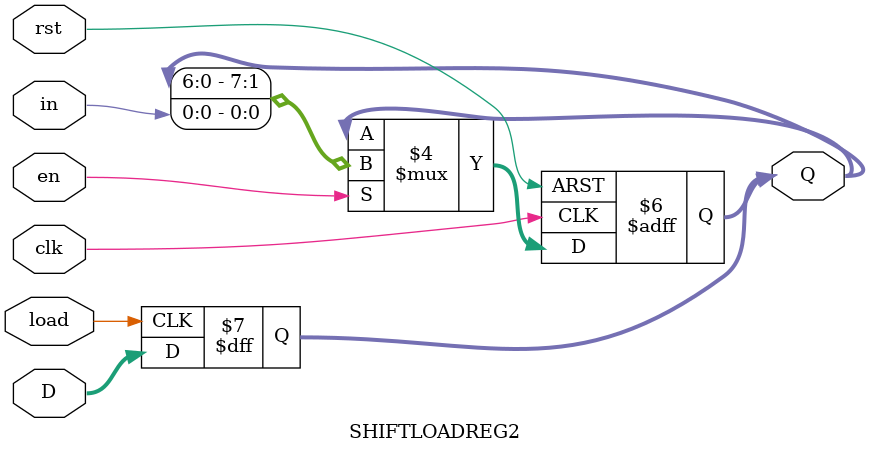
<source format=v>
`timescale 1ns / 1ps

/*
module RAM #(
    parameter LENGTH = 32'h1000,
    parameter WIDTH = 32,
    parameter USE_FILE = 0,
    parameter FILE_NAME = "ram.mem"
)
(
    input wire clk,
    input wire we,
    input wire cs,
    input wire oe,
    input wire [ADDRESS_WIDTH-1:0] address,
    inout wire [WIDTH-1:0] data
);
// ==================================
//// Internal Parameter Field
// ==================================
parameter ADDRESS_WIDTH = $clog2(LENGTH);
// ==================================
//// Registers
// ==================================
reg [WIDTH-1:0] ram [0:LENGTH];
reg [WIDTH-1:0] data_out;
// ==================================
//// Wires
// ==================================
// ==================================
//// Wire Assignments
// ==================================
assign data = (cs && oe && !we) ? data_out : {(WIDTH){1'bz}};
// ==================================
//// Modules
// ==================================
// ==================================
//// Behavioral Block
// ==================================
integer i;
initial
begin
    if(USE_FILE)
    begin
        $readmemh(FILE_NAME, ram);
    end
    else
    begin
        data_out = {(WIDTH){ 1'b0 }};
		for (i=0; i<32; i=i+1)
        begin
			ram[i] = {(WIDTH){ 1'b0 }};
        end
    end
end
always @(posedge clk)
begin
    if (cs && we)
    begin
       ram[address] = data;
    end
    else if (cs && oe && !we)
    begin
        data_out = ram[address];
    end
end
endmodule
*/

module RAM #(
    parameter LENGTH = 32'h1000,
    parameter USE_FILE = 0,
    parameter WIDTH = 32,
    parameter MINIMUM_SECTIONAL_WIDTH = 8,
    parameter FILE_NAME = "ram.mem"
)
(
    input wire clk,
    input wire [BYTE_ENABLES-1:0] we,
    input wire cs,
    input wire oe,
    input wire [ADDRESS_WIDTH-1:0] address,
    inout wire [WIDTH-1:0] data
);

// ==================================
//// Internal Parameter Field
// ==================================
parameter ADDRESS_WIDTH = $clog2(LENGTH);
parameter BYTE_ENABLES = WIDTH/MINIMUM_SECTIONAL_WIDTH;
// ==================================
//// Registers
// ==================================
reg [WIDTH-1:0] ram [0:LENGTH];
reg [WIDTH-1:0] data_out;
// ==================================
//// Wires
// ==================================
// ==================================
//// Wire Assignments
// ==================================
assign data = (cs && oe && !we) ? data_out : {(WIDTH){1'bz}};
// ==================================
//// Modules
// ==================================
// ==================================
//// Behavioral Block
// ==================================
integer i;
initial
begin
    if(USE_FILE)
    begin
        $readmemh(FILE_NAME, ram);
    end
    else
    begin
        data_out = {(WIDTH){ 1'b0 }};
        memory_in = {(WIDTH){ 1'b0 }};
		for (i = 0; i < LENGTH; i = i+1)
        begin
			ram[i] = {(WIDTH){ 1'b0 }};
        end
    end
end

reg [WIDTH-1:0] memory_in; // wire reg
`define SECTION_RANGES (MINIMUM_SECTIONAL_WIDTH*(c+1))-1 : MINIMUM_SECTIONAL_WIDTH*c

genvar c;
generate
    for (c = 0; c < BYTE_ENABLES; c = c + 1) begin: test
        always @(*)
        begin
            if(we[c])
            begin
                memory_in[`SECTION_RANGES] = data[`SECTION_RANGES];
            end
            else
            begin
                memory_in[`SECTION_RANGES] = ram[address][`SECTION_RANGES];
            end
        end
    end
endgenerate

always @(posedge clk)
begin
    if (cs && |we)
    begin
       ram[address] = memory_in;
    end
    else if (cs && oe && !(|we))
    begin
        data_out = ram[address];
    end
end

endmodule

module ROM #(
    parameter LENGTH = 32'h1000,
    parameter WIDTH = 32,
    parameter FILE_NAME = "rom.mem"
)
(
	input wire [$clog2(LENGTH)-1:0] a,
	output wire [WIDTH-1:0] out
);

// ==================================
//// Internal Parameter Field
// ==================================
// ==================================
//// Wires
// ==================================
// ==================================
//// Wire Assignments
// ==================================
assign out = rom[a];
// ==================================
//// Modules
// ==================================
// ==================================
//// Registers
// ==================================
reg [WIDTH:0] rom[0:LENGTH];
// ==================================
//// Behavioral Block
// ==================================
//initialize rom from memfile_s.dat
initial
begin
    $readmemh(FILE_NAME, rom);
end

endmodule

module FIFO #(
    parameter LENGTH = 16,
    parameter WIDTH = 32
)
(
    input wire clk,
    input wire rst,
    input wire wr_cs,
    input wire wr_en,
    input wire rd_cs,
    input wire rd_en,
    output reg full,
    output reg empty,
    output reg [WIDTH-1:0] out,
    input wire [WIDTH-1:0] in
);
// ==================================
//// Internal Parameter Field
// ==================================
parameter ADDRESS_WIDTH = $clog2(LENGTH);
// ==================================
//// Registers
// ==================================
reg [ADDRESS_WIDTH-1:0] write_position;
reg [ADDRESS_WIDTH-1:0] read_position;
reg [ADDRESS_WIDTH:0] status_count;
reg [WIDTH-1:0] mem [0:LENGTH];
// ==================================
//// Wires
// ==================================
// ==================================
//// Wire Assignments
// ==================================
// assign full  = (status_count == (LENGTH));
// assign empty = (status_count == 0);
// ==================================
//// Modules
// ==================================
// ==================================
//// Behavioral Block
// ==================================
always @(posedge clk or posedge rst)
begin
    if(rst)
    begin
        write_position = 0;
        read_position = 0;
        status_count = 0;
        mem[write_position] = 0;
        write_position = 0;
        out = 0;
        full = 0;
        empty = 1;
    end
    else
    begin
        if(status_count == 0)
        begin
            empty = 1;
        end
        if(status_count == LENGTH)
        begin
            full = 1;
        end
        //// Enqueue data
        if (wr_cs && wr_en && !full)
        begin
            mem[write_position] = in;
            if(write_position == LENGTH-1)
            begin
                write_position = 0;
            end
            else
            begin
                write_position = write_position + 1;
            end
            status_count = status_count + 1;
            empty = 0;
        end
        //// Dequeue data
        if (rd_cs && rd_en && !empty)
        begin
            out = mem[read_position];
            if(read_position == LENGTH-1)
            begin
                read_position = 0;
            end
            else
            begin
                read_position = read_position + 1;
            end
            status_count = status_count - 1;
            full = 0;
        end
    end
end

endmodule

/* TODO: dis still a fifo!! */
module STACK #(
    parameter LENGTH = 16,
    parameter WIDTH = 8
)
(
    input wire clk,
    input wire rst,
    input wire wr_cs,
    input wire wr_en,
    input wire rd_cs,
    input wire rd_en,
    output reg full,
    output reg empty,
    output reg [WIDTH-1:0] out,
    input wire [WIDTH-1:0] in
);
// ==================================
//// Internal Parameter Field
// ==================================
parameter ADDRESS_WIDTH = $clog2(LENGTH);
// ==================================
//// Registers
// ==================================
reg [ADDRESS_WIDTH-1:0] write_position;
reg [ADDRESS_WIDTH-1:0] read_position;
reg [ADDRESS_WIDTH:0] status_count;
reg [WIDTH-1:0] mem [0:LENGTH];
// ==================================
//// Wires
// ==================================
// ==================================
//// Wire Assignments
// ==================================
// assign full  = (status_count == (LENGTH));
// assign empty = (status_count == 0);
// ==================================
//// Modules
// ==================================
// ==================================
//// Behavioral Block
// ==================================
always @(posedge clk or posedge rst)
begin
    if(rst)
    begin
        write_position = 0;
        read_position = 0;
        status_count = 0;
        mem[write_position] = 0;
        write_position = 0;
        full = 0;
        empty = 1;
    end
    else
    begin
        if(status_count == 0)
        begin
            empty = 1;
        end
        if(status_count == LENGTH)
        begin
            full = 1;
        end
        //// Enqueue data
        if (wr_cs && wr_en && !full)
        begin
            mem[write_position] = in;
            if(write_position == LENGTH-1)
            begin
                write_position = 0;
            end
            else
            begin
                write_position = write_position + 1;
            end
            status_count = status_count + 1;
            empty = 0;
        end
        //// Dequeue data
        if (rd_cs && rd_en && !empty)
        begin
            out = mem[read_position];
            if(read_position == LENGTH-1)
            begin
                read_position = 0;
            end
            else
            begin
                read_position = read_position + 1;
            end
            status_count = status_count - 1;
            full = 0;
        end
    end
end

endmodule

//////////////////////////////////
// Registers
//////////////////////////////////

module SHIFTREGISTER #(parameter WIDTH = 8)(
	input wire rst,
	input wire clk,
	input wire en,
	input wire in,
	output reg [WIDTH-1:0] Q
);

always @(posedge clk or posedge rst)
begin
    if (rst)
    begin
    	Q <= 0;
    end
    else
    begin
        Q <= { Q[WIDTH-2:0], in };
    end
end

endmodule

module REGISTER #(parameter WIDTH = 8)(
	input wire rst,
	input wire clk,
	input wire load,
	input wire [WIDTH-1:0] D,
	output reg [WIDTH-1:0] Q
);

always @(posedge clk or posedge rst)
begin
    if (rst)
    begin
    	Q <= 0;
    end
    else if(load)
    begin
        Q <= D;
    end
end

endmodule


module SHIFTLOADREG #(parameter WIDTH = 8)(
	input wire rst,
	input wire clk,
    input wire load,
	input wire en,
	input wire in,
    input wire [WIDTH-1:0] D,
	output reg [WIDTH-1:0] Q
);

always @(posedge clk or posedge rst)
begin
    if (rst)
    begin
    	Q <= 0;
    end
    else if(load)
    begin
        Q <= D;
    end
    else if(en)
    begin
        Q <= { Q[WIDTH-2:0], in };
    end
end

endmodule

// SHIFTLOADREG2 decouples the load signal from clk and rst

module SHIFTLOADREG2 #(parameter WIDTH = 8)(
	input wire rst,
	input wire clk,
    input wire load,
	input wire en,
	input wire in,
    input wire [WIDTH-1:0] D,
	output reg [WIDTH-1:0] Q
);

always @(negedge load)
begin
    Q <= D;
end

always @(posedge clk or posedge rst)
begin
    if (rst)
    begin
    	Q <= 0;
    end
    else if(en)
    begin
        Q <= { Q[WIDTH-2:0], in };
    end
end

endmodule

</source>
